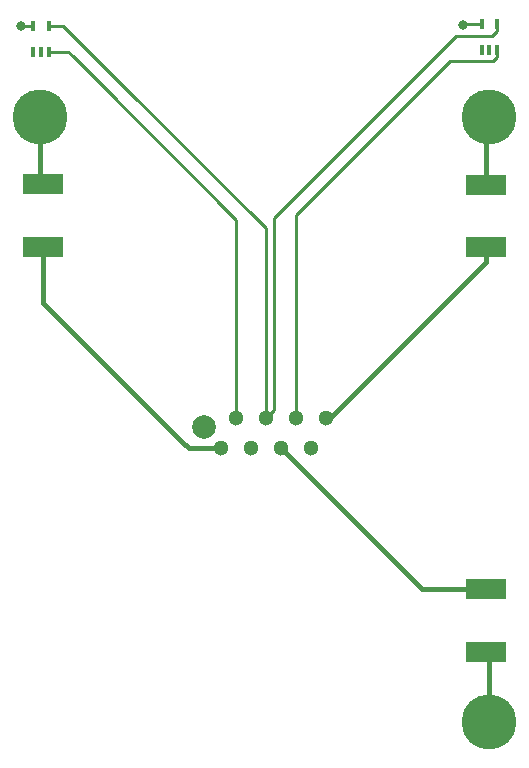
<source format=gtl>
G04 #@! TF.GenerationSoftware,KiCad,Pcbnew,(5.0.0)*
G04 #@! TF.CreationDate,2018-12-02T22:24:04-05:00*
G04 #@! TF.ProjectId,structural_test,7374727563747572616C5F746573742E,rev?*
G04 #@! TF.SameCoordinates,Original*
G04 #@! TF.FileFunction,Copper,L1,Top,Signal*
G04 #@! TF.FilePolarity,Positive*
%FSLAX46Y46*%
G04 Gerber Fmt 4.6, Leading zero omitted, Abs format (unit mm)*
G04 Created by KiCad (PCBNEW (5.0.0)) date 12/02/18 22:24:04*
%MOMM*%
%LPD*%
G01*
G04 APERTURE LIST*
G04 #@! TA.AperFunction,ComponentPad*
%ADD10C,4.648200*%
G04 #@! TD*
G04 #@! TA.AperFunction,ComponentPad*
%ADD11C,2.000000*%
G04 #@! TD*
G04 #@! TA.AperFunction,ComponentPad*
%ADD12C,1.300000*%
G04 #@! TD*
G04 #@! TA.AperFunction,SMDPad,CuDef*
%ADD13R,0.350000X0.850000*%
G04 #@! TD*
G04 #@! TA.AperFunction,SMDPad,CuDef*
%ADD14R,3.500000X1.780000*%
G04 #@! TD*
G04 #@! TA.AperFunction,ViaPad*
%ADD15C,0.800000*%
G04 #@! TD*
G04 #@! TA.AperFunction,Conductor*
%ADD16C,0.250000*%
G04 #@! TD*
G04 #@! TA.AperFunction,Conductor*
%ADD17C,0.381000*%
G04 #@! TD*
G04 APERTURE END LIST*
D10*
G04 #@! TO.P,B1,1*
G04 #@! TO.N,Net-(B1-Pad1)*
X68300000Y-85550000D03*
G04 #@! TD*
G04 #@! TO.P,B3,1*
G04 #@! TO.N,Net-(B3-Pad1)*
X106300000Y-136800000D03*
G04 #@! TD*
D11*
G04 #@! TO.P,J1,9*
G04 #@! TO.N,N/C*
X82220000Y-111800000D03*
D12*
G04 #@! TO.P,J1,8*
G04 #@! TO.N,/v-*
X92510000Y-111060000D03*
G04 #@! TO.P,J1,6*
G04 #@! TO.N,/temp2*
X89970000Y-111060000D03*
G04 #@! TO.P,J1,4*
G04 #@! TO.N,/5V*
X87430000Y-111060000D03*
G04 #@! TO.P,J1,2*
G04 #@! TO.N,/temp1*
X84890000Y-111060000D03*
G04 #@! TO.P,J1,7*
G04 #@! TO.N,/gnd*
X91240000Y-113600000D03*
G04 #@! TO.P,J1,1*
G04 #@! TO.N,/volt*
X83620000Y-113600000D03*
G04 #@! TO.P,J1,3*
G04 #@! TO.N,Net-(J1-Pad3)*
X86160000Y-113600000D03*
G04 #@! TO.P,J1,5*
G04 #@! TO.N,/v+*
X88700000Y-113600000D03*
G04 #@! TD*
D13*
G04 #@! TO.P,Q2,3*
G04 #@! TO.N,Net-(Q2-Pad3)*
X106330000Y-79840000D03*
G04 #@! TO.P,Q2,4*
G04 #@! TO.N,/temp2*
X106980000Y-79840000D03*
G04 #@! TO.P,Q2,2*
G04 #@! TO.N,Net-(Q2-Pad2)*
X105680000Y-79840000D03*
G04 #@! TO.P,Q2,5*
G04 #@! TO.N,/5V*
X106980000Y-77640000D03*
G04 #@! TO.P,Q2,1*
G04 #@! TO.N,/gnd*
X105680000Y-77640000D03*
G04 #@! TD*
D10*
G04 #@! TO.P,B2,1*
G04 #@! TO.N,Net-(B2-Pad1)*
X106300000Y-85550000D03*
G04 #@! TD*
D13*
G04 #@! TO.P,Q1,3*
G04 #@! TO.N,Net-(Q1-Pad3)*
X68380000Y-80010000D03*
G04 #@! TO.P,Q1,4*
G04 #@! TO.N,/temp1*
X69030000Y-80010000D03*
G04 #@! TO.P,Q1,2*
G04 #@! TO.N,Net-(Q1-Pad2)*
X67730000Y-80010000D03*
G04 #@! TO.P,Q1,5*
G04 #@! TO.N,/5V*
X69030000Y-77810000D03*
G04 #@! TO.P,Q1,1*
G04 #@! TO.N,/gnd*
X67730000Y-77810000D03*
G04 #@! TD*
D14*
G04 #@! TO.P,F1,2*
G04 #@! TO.N,Net-(B1-Pad1)*
X68580000Y-91240000D03*
G04 #@! TO.P,F1,1*
G04 #@! TO.N,/volt*
X68580000Y-96520000D03*
G04 #@! TD*
G04 #@! TO.P,F2,1*
G04 #@! TO.N,/v-*
X106045000Y-96600000D03*
G04 #@! TO.P,F2,2*
G04 #@! TO.N,Net-(B2-Pad1)*
X106045000Y-91320000D03*
G04 #@! TD*
G04 #@! TO.P,F3,2*
G04 #@! TO.N,Net-(B3-Pad1)*
X106045000Y-130810000D03*
G04 #@! TO.P,F3,1*
G04 #@! TO.N,/v+*
X106045000Y-125530000D03*
G04 #@! TD*
D15*
G04 #@! TO.N,/gnd*
X104100000Y-77800000D03*
X66670000Y-77810000D03*
G04 #@! TD*
D16*
G04 #@! TO.N,/temp1*
X84900000Y-110130762D02*
X84900000Y-94250000D01*
X84890000Y-110140762D02*
X84900000Y-110130762D01*
X84890000Y-111060000D02*
X84890000Y-110140762D01*
X84900000Y-94250000D02*
X73350000Y-82700000D01*
X70660000Y-80010000D02*
X69030000Y-80010000D01*
X71080000Y-80430000D02*
X70660000Y-80010000D01*
X71080000Y-80430000D02*
X70920000Y-80270000D01*
X73350000Y-82700000D02*
X71080000Y-80430000D01*
G04 #@! TO.N,/temp2*
X89970000Y-111060000D02*
X89970000Y-93865002D01*
X106980000Y-79840000D02*
X106980000Y-80515000D01*
X89970000Y-93865002D02*
X101075002Y-82760000D01*
X102330000Y-81505002D02*
X101075002Y-82760000D01*
X106980000Y-80515000D02*
X106670000Y-80825000D01*
X102160000Y-81675002D02*
X102500000Y-81335002D01*
X101075002Y-82760000D02*
X102160000Y-81675002D01*
X102330000Y-81505002D02*
X102330000Y-81470000D01*
X102975000Y-80825000D02*
X106670000Y-80825000D01*
X102330000Y-81470000D02*
X102975000Y-80825000D01*
D17*
G04 #@! TO.N,/v+*
X103914000Y-125530000D02*
X103884000Y-125500000D01*
X106045000Y-125530000D02*
X103914000Y-125530000D01*
X100600000Y-125500000D02*
X88700000Y-113600000D01*
X103884000Y-125500000D02*
X100600000Y-125500000D01*
G04 #@! TO.N,/volt*
X83620000Y-113600000D02*
X80880000Y-113600000D01*
D16*
X68580000Y-101300000D02*
X80310000Y-113030000D01*
D17*
X80880000Y-113600000D02*
X80310000Y-113030000D01*
X68580000Y-101300000D02*
X69515000Y-102235000D01*
X68580000Y-96520000D02*
X68580000Y-101300000D01*
X80310000Y-113030000D02*
X69515000Y-102235000D01*
G04 #@! TO.N,/v-*
X92776000Y-111060000D02*
X92510000Y-111060000D01*
X92856000Y-111060000D02*
X92510000Y-111060000D01*
X106045000Y-97871000D02*
X92856000Y-111060000D01*
X106045000Y-96600000D02*
X106045000Y-97871000D01*
D16*
G04 #@! TO.N,/5V*
X87430000Y-110140762D02*
X87400000Y-110110762D01*
X87430000Y-111060000D02*
X87430000Y-110140762D01*
X87400000Y-110110762D02*
X87400000Y-94975000D01*
X88110000Y-110380000D02*
X87430000Y-111060000D01*
X88110000Y-94120000D02*
X88110000Y-110380000D01*
X87400000Y-94975000D02*
X75025000Y-82600000D01*
X100100000Y-82130000D02*
X99970000Y-82260000D01*
X99970000Y-82260000D02*
X88110000Y-94120000D01*
X70235000Y-77810000D02*
X69030000Y-77810000D01*
X70685000Y-78260000D02*
X70235000Y-77810000D01*
X70685000Y-78260000D02*
X70495000Y-78070000D01*
X75025000Y-82600000D02*
X70685000Y-78260000D01*
X103530000Y-78700000D02*
X99970000Y-82260000D01*
X106595000Y-78700000D02*
X103530000Y-78700000D01*
X106980000Y-77640000D02*
X106980000Y-78315000D01*
X106980000Y-78315000D02*
X106595000Y-78700000D01*
G04 #@! TO.N,/gnd*
X105680000Y-77640000D02*
X104260000Y-77640000D01*
X104260000Y-77640000D02*
X104100000Y-77800000D01*
X67730000Y-77810000D02*
X66670000Y-77810000D01*
D17*
G04 #@! TO.N,Net-(B1-Pad1)*
X68300000Y-90960000D02*
X68580000Y-91240000D01*
X68300000Y-85550000D02*
X68300000Y-90960000D01*
G04 #@! TO.N,Net-(B2-Pad1)*
X106300000Y-90985000D02*
X106045000Y-91240000D01*
X106045000Y-85805000D02*
X106300000Y-85550000D01*
X106045000Y-91320000D02*
X106045000Y-85805000D01*
G04 #@! TO.N,Net-(B3-Pad1)*
X106300000Y-131065000D02*
X106045000Y-130810000D01*
X106300000Y-136800000D02*
X106300000Y-131065000D01*
G04 #@! TD*
M02*

</source>
